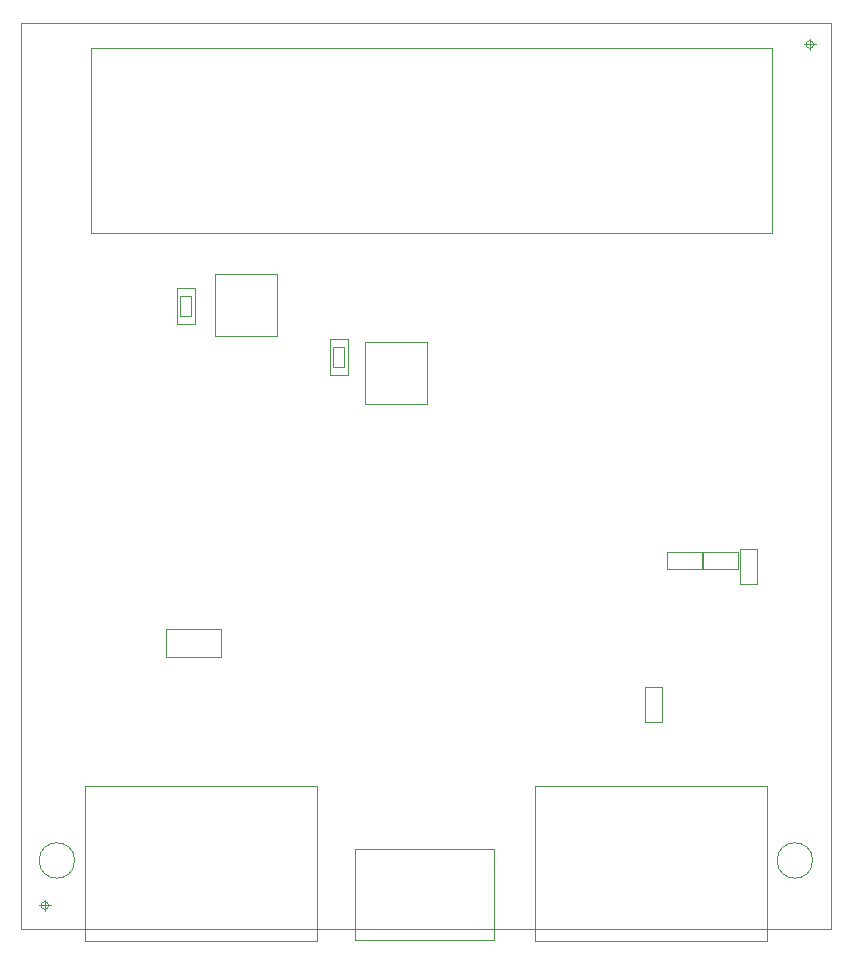
<source format=gbr>
%TF.GenerationSoftware,KiCad,Pcbnew,(5.1.5-0-10_14)*%
%TF.CreationDate,2020-01-10T14:35:19+01:00*%
%TF.ProjectId,adapter_hybrid_assister,61646170-7465-4725-9f68-79627269645f,rev?*%
%TF.SameCoordinates,PX6312cb0PY8accb70*%
%TF.FileFunction,Other,User*%
%FSLAX45Y45*%
G04 Gerber Fmt 4.5, Leading zero omitted, Abs format (unit mm)*
G04 Created by KiCad (PCBNEW (5.1.5-0-10_14)) date 2020-01-10 14:35:19*
%MOMM*%
%LPD*%
G04 APERTURE LIST*
%TA.AperFunction,Profile*%
%ADD10C,0.050000*%
%TD*%
%TA.AperFunction,Profile*%
%ADD11C,0.100000*%
%TD*%
%ADD12C,0.050000*%
%ADD13C,0.001000*%
%ADD14C,0.100000*%
G04 APERTURE END LIST*
D10*
X6713533Y7493000D02*
G75*
G03X6713533Y7493000I-33333J0D01*
G01*
X6630200Y7493000D02*
X6730200Y7493000D01*
X6680200Y7543000D02*
X6680200Y7443000D01*
X236533Y203200D02*
G75*
G03X236533Y203200I-33333J0D01*
G01*
X153200Y203200D02*
X253200Y203200D01*
X203200Y253200D02*
X203200Y153200D01*
X454800Y584200D02*
G75*
G03X454800Y584200I-150000J0D01*
G01*
X6703200Y584200D02*
G75*
G03X6703200Y584200I-150000J0D01*
G01*
X0Y0D02*
X0Y7670800D01*
X6858000Y7670800D02*
X6858000Y0D01*
D11*
X0Y7670800D02*
X6858000Y7670800D01*
X6858000Y0D02*
X0Y0D01*
D12*
%TO.C,C6*%
X1322000Y5124400D02*
X1472000Y5124400D01*
X1322000Y5434400D02*
X1322000Y5124400D01*
X1472000Y5434400D02*
X1322000Y5434400D01*
X1472000Y5124400D02*
X1472000Y5434400D01*
D13*
X1349500Y5191900D02*
X1444500Y5191900D01*
X1349500Y5366900D02*
X1349500Y5191900D01*
X1444500Y5366900D02*
X1349500Y5366900D01*
X1444500Y5191900D02*
X1444500Y5366900D01*
D12*
%TO.C,C8*%
X2617400Y4692600D02*
X2767400Y4692600D01*
X2617400Y5002600D02*
X2617400Y4692600D01*
X2767400Y5002600D02*
X2617400Y5002600D01*
X2767400Y4692600D02*
X2767400Y5002600D01*
D13*
X2644900Y4760100D02*
X2739900Y4760100D01*
X2644900Y4935100D02*
X2644900Y4760100D01*
X2739900Y4935100D02*
X2644900Y4935100D01*
X2739900Y4760100D02*
X2739900Y4935100D01*
D12*
%TO.C,U6*%
X1642500Y5545700D02*
X2167500Y5545700D01*
X1642500Y5020700D02*
X1642500Y5545700D01*
X2167500Y5020700D02*
X1642500Y5020700D01*
X2167500Y5545700D02*
X2167500Y5020700D01*
%TO.C,U8*%
X2912500Y4974200D02*
X3437500Y4974200D01*
X2912500Y4449200D02*
X2912500Y4974200D01*
X3437500Y4449200D02*
X2912500Y4449200D01*
X3437500Y4974200D02*
X3437500Y4449200D01*
%TO.C,R31*%
X5763950Y3051200D02*
X5467950Y3051200D01*
X5763950Y3197200D02*
X5763950Y3051200D01*
X5467950Y3197200D02*
X5763950Y3197200D01*
X5467950Y3051200D02*
X5467950Y3197200D01*
%TO.C,R32*%
X5772750Y3197200D02*
X6068750Y3197200D01*
X5772750Y3051200D02*
X5772750Y3197200D01*
X6068750Y3051200D02*
X5772750Y3051200D01*
X6068750Y3197200D02*
X6068750Y3051200D01*
%TO.C,R33*%
X5286400Y1755800D02*
X5286400Y2051800D01*
X5432400Y1755800D02*
X5286400Y1755800D01*
X5432400Y2051800D02*
X5432400Y1755800D01*
X5286400Y2051800D02*
X5432400Y2051800D01*
%TO.C,R34*%
X6086500Y2924200D02*
X6086500Y3220200D01*
X6232500Y2924200D02*
X6086500Y2924200D01*
X6232500Y3220200D02*
X6232500Y2924200D01*
X6086500Y3220200D02*
X6232500Y3220200D01*
%TO.C,F1*%
X1696000Y2541700D02*
X1696000Y2309700D01*
X1225000Y2541700D02*
X1696000Y2541700D01*
X1225000Y2309700D02*
X1225000Y2541700D01*
X1696000Y2309700D02*
X1225000Y2309700D01*
D14*
%TO.C,J1*%
X2825600Y-86400D02*
X2825600Y683600D01*
X4005600Y-86400D02*
X2825600Y-86400D01*
X4005600Y683600D02*
X4005600Y-86400D01*
X2825600Y683600D02*
X4005600Y683600D01*
%TO.C,J2*%
X589900Y5896200D02*
X589900Y7464200D01*
X6356900Y5896200D02*
X589900Y5896200D01*
X6356900Y7464200D02*
X6356900Y5896200D01*
X589900Y7464200D02*
X6356900Y7464200D01*
%TO.C,J4*%
X4349200Y-101200D02*
X4349200Y1218800D01*
X6318800Y-101200D02*
X4349200Y-101200D01*
X6318800Y1218800D02*
X6318800Y-101200D01*
X4349200Y1218800D02*
X6318800Y1218800D01*
%TO.C,J3*%
X539200Y-101200D02*
X539200Y1218800D01*
X2508800Y-101200D02*
X539200Y-101200D01*
X2508800Y1218800D02*
X2508800Y-101200D01*
X539200Y1218800D02*
X2508800Y1218800D01*
%TD*%
M02*

</source>
